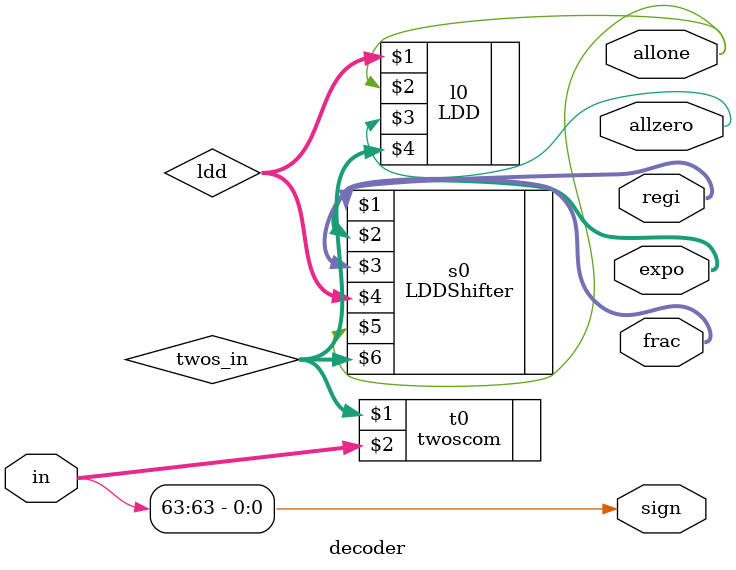
<source format=v>
module decoder(sign, regi, expo, frac, allone, allzero, in);
parameter n = 64;
parameter es = 4;
parameter rs = 7;//size of regi
parameter fs = n-es-3;//size of frac
parameter ls = n-2;//size of ldd

input [n-1:0] in;

output [rs-1:0] regi;
output [es-1:0] expo;
output [fs-1:0] frac;
output allone, allzero, sign;

wire [n-2:0] twos_in;
wire [ls-1:0] ldd;

assign sign = in[n-1];
twoscom t0(twos_in, in);
LDD l0(ldd, allone, allzero, twos_in);
LDDShifter s0(regi, expo, frac, ldd, allone, twos_in);

endmodule

</source>
